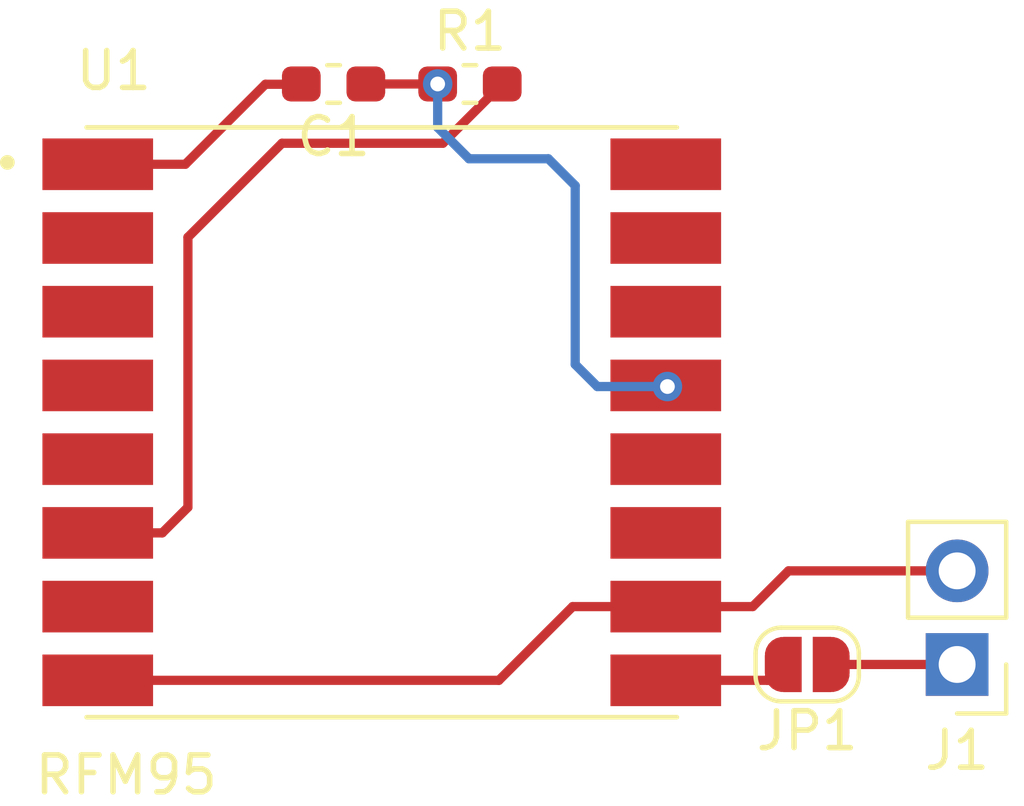
<source format=kicad_pcb>
(kicad_pcb (version 20171130) (host pcbnew 5.1.2-f72e74a~84~ubuntu18.04.1)

  (general
    (thickness 1.6)
    (drawings 0)
    (tracks 30)
    (zones 0)
    (modules 5)
    (nets 6)
  )

  (page User 215.9 139.7)
  (layers
    (0 F.Cu signal)
    (31 B.Cu signal)
    (32 B.Adhes user)
    (33 F.Adhes user)
    (34 B.Paste user)
    (35 F.Paste user)
    (36 B.SilkS user)
    (37 F.SilkS user)
    (38 B.Mask user)
    (39 F.Mask user)
    (40 Dwgs.User user)
    (41 Cmts.User user)
    (42 Eco1.User user)
    (43 Eco2.User user)
    (44 Edge.Cuts user)
    (45 Margin user)
    (46 B.CrtYd user)
    (47 F.CrtYd user)
    (48 B.Fab user)
    (49 F.Fab user)
  )

  (setup
    (last_trace_width 0.25)
    (trace_clearance 0.2)
    (zone_clearance 0.508)
    (zone_45_only no)
    (trace_min 0.2)
    (via_size 0.8)
    (via_drill 0.4)
    (via_min_size 0.4)
    (via_min_drill 0.3)
    (uvia_size 0.3)
    (uvia_drill 0.1)
    (uvias_allowed no)
    (uvia_min_size 0.2)
    (uvia_min_drill 0.1)
    (edge_width 0.05)
    (segment_width 0.2)
    (pcb_text_width 0.3)
    (pcb_text_size 1.5 1.5)
    (mod_edge_width 0.12)
    (mod_text_size 1 1)
    (mod_text_width 0.15)
    (pad_size 1.524 1.524)
    (pad_drill 0.762)
    (pad_to_mask_clearance 0.051)
    (solder_mask_min_width 0.25)
    (aux_axis_origin 0 0)
    (visible_elements FFFFFF7F)
    (pcbplotparams
      (layerselection 0x010fc_ffffffff)
      (usegerberextensions false)
      (usegerberattributes false)
      (usegerberadvancedattributes false)
      (creategerberjobfile false)
      (excludeedgelayer true)
      (linewidth 0.100000)
      (plotframeref false)
      (viasonmask false)
      (mode 1)
      (useauxorigin false)
      (hpglpennumber 1)
      (hpglpenspeed 20)
      (hpglpendiameter 15.000000)
      (psnegative false)
      (psa4output false)
      (plotreference true)
      (plotvalue true)
      (plotinvisibletext false)
      (padsonsilk false)
      (subtractmaskfromsilk false)
      (outputformat 1)
      (mirror false)
      (drillshape 1)
      (scaleselection 1)
      (outputdirectory ""))
  )

  (net 0 "")
  (net 1 GND)
  (net 2 +3V3)
  (net 3 "Net-(J1-Pad1)")
  (net 4 /ANT)
  (net 5 /RFM_RST)

  (net_class Default "This is the default net class."
    (clearance 0.2)
    (trace_width 0.25)
    (via_dia 0.8)
    (via_drill 0.4)
    (uvia_dia 0.3)
    (uvia_drill 0.1)
    (add_net +3V3)
    (add_net /ANT)
    (add_net /MISO)
    (add_net /MOSI)
    (add_net /RFM_CS)
    (add_net /RFM_DIO1_33)
    (add_net /RFM_DIO_32)
    (add_net /RFM_INT_26)
    (add_net /RFM_RST)
    (add_net /SCK)
    (add_net GND)
    (add_net "Net-(J1-Pad1)")
    (add_net "Net-(U1-Pad11)")
    (add_net "Net-(U1-Pad12)")
    (add_net "Net-(U1-Pad7)")
  )

  (module footprint-lib:RFM95 (layer F.Cu) (tedit 5D070755) (tstamp 5D070B79)
    (at 29.105 34.07)
    (tags RFM95)
    (path /5D052587)
    (attr smd)
    (fp_text reference U1 (at -7.26579 -9.54026) (layer F.SilkS)
      (effects (font (size 1 1) (thickness 0.15)))
    )
    (fp_text value RFM95 (at -6.9283 9.5683) (layer F.SilkS)
      (effects (font (size 1 1) (thickness 0.15)))
    )
    (fp_line (start -8 8) (end 8 8) (layer F.SilkS) (width 0.127))
    (fp_line (start -8 -8) (end 8 -8) (layer F.SilkS) (width 0.127))
    (fp_circle (center -10.15 -7.05) (end -10.05 -7.05) (layer Eco2.User) (width 0.2))
    (fp_circle (center -10.15 -7.05) (end -10.05 -7.05) (layer F.SilkS) (width 0.2))
    (fp_line (start -8.25 -7.95) (end -8.25 -8.25) (layer Eco1.User) (width 0.05))
    (fp_line (start -9.45 -7.95) (end -8.25 -7.95) (layer Eco1.User) (width 0.05))
    (fp_line (start -9.45 7.95) (end -9.45 -7.95) (layer Eco1.User) (width 0.05))
    (fp_line (start -8.25 7.95) (end -9.45 7.95) (layer Eco1.User) (width 0.05))
    (fp_line (start -8.25 8.25) (end -8.25 7.95) (layer Eco1.User) (width 0.05))
    (fp_line (start 8.25 8.25) (end -8.25 8.25) (layer Eco1.User) (width 0.05))
    (fp_line (start 8.25 7.95) (end 8.25 8.25) (layer Eco1.User) (width 0.05))
    (fp_line (start 9.45 7.95) (end 8.25 7.95) (layer Eco1.User) (width 0.05))
    (fp_line (start 9.45 -7.95) (end 9.45 7.95) (layer Eco1.User) (width 0.05))
    (fp_line (start 8.25 -7.95) (end 9.45 -7.95) (layer Eco1.User) (width 0.05))
    (fp_line (start 8.25 -8.25) (end 8.25 -7.95) (layer Eco1.User) (width 0.05))
    (fp_line (start -8.25 -8.25) (end 8.25 -8.25) (layer Eco1.User) (width 0.05))
    (fp_line (start 8 8) (end -8 8) (layer Eco2.User) (width 0.127))
    (fp_line (start 8 -8) (end 8 8) (layer Eco2.User) (width 0.127))
    (fp_line (start -8 -8) (end 8 -8) (layer Eco2.User) (width 0.127))
    (fp_line (start -8 8) (end -8 -8) (layer Eco2.User) (width 0.127))
    (pad "" np_thru_hole oval (at 0 0) (size 7 12) (drill oval 7 12) (layers *.Cu *.Mask)
      (solder_mask_margin 1) (clearance 1) (zone_connect 0))
    (pad 16 smd rect (at 7.7 -7) (size 3 1.4) (layers F.Cu F.Paste F.Mask))
    (pad 15 smd rect (at 7.7 -5) (size 3 1.4) (layers F.Cu F.Paste F.Mask))
    (pad 14 smd rect (at 7.7 -3) (size 3 1.4) (layers F.Cu F.Paste F.Mask))
    (pad 13 smd rect (at 7.7 -1) (size 3 1.4) (layers F.Cu F.Paste F.Mask)
      (net 2 +3V3))
    (pad 12 smd rect (at 7.7 1) (size 3 1.4) (layers F.Cu F.Paste F.Mask))
    (pad 11 smd rect (at 7.7 3) (size 3 1.4) (layers F.Cu F.Paste F.Mask))
    (pad 10 smd rect (at 7.7 5) (size 3 1.4) (layers F.Cu F.Paste F.Mask)
      (net 1 GND))
    (pad 9 smd rect (at 7.7 7) (size 3 1.4) (layers F.Cu F.Paste F.Mask)
      (net 4 /ANT))
    (pad 8 smd rect (at -7.7 7) (size 3 1.4) (layers F.Cu F.Paste F.Mask)
      (net 1 GND))
    (pad 7 smd rect (at -7.7 5) (size 3 1.4) (layers F.Cu F.Paste F.Mask))
    (pad 6 smd rect (at -7.7 3) (size 3 1.4) (layers F.Cu F.Paste F.Mask)
      (net 5 /RFM_RST))
    (pad 5 smd rect (at -7.7 1) (size 3 1.4) (layers F.Cu F.Paste F.Mask))
    (pad 4 smd rect (at -7.7 -1) (size 3 1.4) (layers F.Cu F.Paste F.Mask))
    (pad 3 smd rect (at -7.7 -3) (size 3 1.4) (layers F.Cu F.Paste F.Mask))
    (pad 2 smd rect (at -7.7 -5) (size 3 1.4) (layers F.Cu F.Paste F.Mask))
    (pad 1 smd rect (at -7.7 -7) (size 3 1.4) (layers F.Cu F.Paste F.Mask)
      (net 1 GND))
    (model /home/logic/_workspace/kicad/kicad_library/kicad-packages3d/lora/RFM95.step
      (at (xyz 0 0 0))
      (scale (xyz 1 1 1))
      (rotate (xyz 0 0 0))
    )
  )

  (module Resistor_SMD:R_0603_1608Metric_Pad1.05x0.95mm_HandSolder (layer F.Cu) (tedit 5B301BBD) (tstamp 5D070B51)
    (at 31.496 24.892)
    (descr "Resistor SMD 0603 (1608 Metric), square (rectangular) end terminal, IPC_7351 nominal with elongated pad for handsoldering. (Body size source: http://www.tortai-tech.com/upload/download/2011102023233369053.pdf), generated with kicad-footprint-generator")
    (tags "resistor handsolder")
    (path /5D053316)
    (attr smd)
    (fp_text reference R1 (at 0 -1.43) (layer F.SilkS)
      (effects (font (size 1 1) (thickness 0.15)))
    )
    (fp_text value R103,0603 (at 0 1.43) (layer F.Fab)
      (effects (font (size 1 1) (thickness 0.15)))
    )
    (fp_text user %R (at 0 0) (layer F.Fab)
      (effects (font (size 0.4 0.4) (thickness 0.06)))
    )
    (fp_line (start 1.65 0.73) (end -1.65 0.73) (layer F.CrtYd) (width 0.05))
    (fp_line (start 1.65 -0.73) (end 1.65 0.73) (layer F.CrtYd) (width 0.05))
    (fp_line (start -1.65 -0.73) (end 1.65 -0.73) (layer F.CrtYd) (width 0.05))
    (fp_line (start -1.65 0.73) (end -1.65 -0.73) (layer F.CrtYd) (width 0.05))
    (fp_line (start -0.171267 0.51) (end 0.171267 0.51) (layer F.SilkS) (width 0.12))
    (fp_line (start -0.171267 -0.51) (end 0.171267 -0.51) (layer F.SilkS) (width 0.12))
    (fp_line (start 0.8 0.4) (end -0.8 0.4) (layer F.Fab) (width 0.1))
    (fp_line (start 0.8 -0.4) (end 0.8 0.4) (layer F.Fab) (width 0.1))
    (fp_line (start -0.8 -0.4) (end 0.8 -0.4) (layer F.Fab) (width 0.1))
    (fp_line (start -0.8 0.4) (end -0.8 -0.4) (layer F.Fab) (width 0.1))
    (pad 2 smd roundrect (at 0.875 0) (size 1.05 0.95) (layers F.Cu F.Paste F.Mask) (roundrect_rratio 0.25)
      (net 5 /RFM_RST))
    (pad 1 smd roundrect (at -0.875 0) (size 1.05 0.95) (layers F.Cu F.Paste F.Mask) (roundrect_rratio 0.25)
      (net 2 +3V3))
    (model ${KISYS3DMOD}/Resistor_SMD.3dshapes/R_0603_1608Metric.wrl
      (at (xyz 0 0 0))
      (scale (xyz 1 1 1))
      (rotate (xyz 0 0 0))
    )
  )

  (module Jumper:SolderJumper-2_P1.3mm_Open_RoundedPad1.0x1.5mm (layer F.Cu) (tedit 5B391E66) (tstamp 5D070B40)
    (at 40.64 40.64 180)
    (descr "SMD Solder Jumper, 1x1.5mm, rounded Pads, 0.3mm gap, open")
    (tags "solder jumper open")
    (path /5D05B967)
    (attr virtual)
    (fp_text reference JP1 (at 0 -1.8) (layer F.SilkS)
      (effects (font (size 1 1) (thickness 0.15)))
    )
    (fp_text value ANT_EN (at 0 1.9) (layer F.Fab)
      (effects (font (size 1 1) (thickness 0.15)))
    )
    (fp_line (start 1.65 1.25) (end -1.65 1.25) (layer F.CrtYd) (width 0.05))
    (fp_line (start 1.65 1.25) (end 1.65 -1.25) (layer F.CrtYd) (width 0.05))
    (fp_line (start -1.65 -1.25) (end -1.65 1.25) (layer F.CrtYd) (width 0.05))
    (fp_line (start -1.65 -1.25) (end 1.65 -1.25) (layer F.CrtYd) (width 0.05))
    (fp_line (start -0.7 -1) (end 0.7 -1) (layer F.SilkS) (width 0.12))
    (fp_line (start 1.4 -0.3) (end 1.4 0.3) (layer F.SilkS) (width 0.12))
    (fp_line (start 0.7 1) (end -0.7 1) (layer F.SilkS) (width 0.12))
    (fp_line (start -1.4 0.3) (end -1.4 -0.3) (layer F.SilkS) (width 0.12))
    (fp_arc (start -0.7 -0.3) (end -0.7 -1) (angle -90) (layer F.SilkS) (width 0.12))
    (fp_arc (start -0.7 0.3) (end -1.4 0.3) (angle -90) (layer F.SilkS) (width 0.12))
    (fp_arc (start 0.7 0.3) (end 0.7 1) (angle -90) (layer F.SilkS) (width 0.12))
    (fp_arc (start 0.7 -0.3) (end 1.4 -0.3) (angle -90) (layer F.SilkS) (width 0.12))
    (pad 2 smd custom (at 0.65 0 180) (size 1 0.5) (layers F.Cu F.Mask)
      (net 4 /ANT) (zone_connect 2)
      (options (clearance outline) (anchor rect))
      (primitives
        (gr_circle (center 0 0.25) (end 0.5 0.25) (width 0))
        (gr_circle (center 0 -0.25) (end 0.5 -0.25) (width 0))
        (gr_poly (pts
           (xy 0 -0.75) (xy -0.5 -0.75) (xy -0.5 0.75) (xy 0 0.75)) (width 0))
      ))
    (pad 1 smd custom (at -0.65 0 180) (size 1 0.5) (layers F.Cu F.Mask)
      (net 3 "Net-(J1-Pad1)") (zone_connect 2)
      (options (clearance outline) (anchor rect))
      (primitives
        (gr_circle (center 0 0.25) (end 0.5 0.25) (width 0))
        (gr_circle (center 0 -0.25) (end 0.5 -0.25) (width 0))
        (gr_poly (pts
           (xy 0 -0.75) (xy 0.5 -0.75) (xy 0.5 0.75) (xy 0 0.75)) (width 0))
      ))
  )

  (module Connector_PinHeader_2.54mm:PinHeader_1x02_P2.54mm_Vertical (layer F.Cu) (tedit 59FED5CC) (tstamp 5D070B2E)
    (at 44.704 40.64 180)
    (descr "Through hole straight pin header, 1x02, 2.54mm pitch, single row")
    (tags "Through hole pin header THT 1x02 2.54mm single row")
    (path /5D05CA2F)
    (fp_text reference J1 (at 0 -2.33) (layer F.SilkS)
      (effects (font (size 1 1) (thickness 0.15)))
    )
    (fp_text value ANT (at 0 4.87) (layer F.Fab)
      (effects (font (size 1 1) (thickness 0.15)))
    )
    (fp_text user %R (at 0 1.27 90) (layer F.Fab)
      (effects (font (size 1 1) (thickness 0.15)))
    )
    (fp_line (start 1.8 -1.8) (end -1.8 -1.8) (layer F.CrtYd) (width 0.05))
    (fp_line (start 1.8 4.35) (end 1.8 -1.8) (layer F.CrtYd) (width 0.05))
    (fp_line (start -1.8 4.35) (end 1.8 4.35) (layer F.CrtYd) (width 0.05))
    (fp_line (start -1.8 -1.8) (end -1.8 4.35) (layer F.CrtYd) (width 0.05))
    (fp_line (start -1.33 -1.33) (end 0 -1.33) (layer F.SilkS) (width 0.12))
    (fp_line (start -1.33 0) (end -1.33 -1.33) (layer F.SilkS) (width 0.12))
    (fp_line (start -1.33 1.27) (end 1.33 1.27) (layer F.SilkS) (width 0.12))
    (fp_line (start 1.33 1.27) (end 1.33 3.87) (layer F.SilkS) (width 0.12))
    (fp_line (start -1.33 1.27) (end -1.33 3.87) (layer F.SilkS) (width 0.12))
    (fp_line (start -1.33 3.87) (end 1.33 3.87) (layer F.SilkS) (width 0.12))
    (fp_line (start -1.27 -0.635) (end -0.635 -1.27) (layer F.Fab) (width 0.1))
    (fp_line (start -1.27 3.81) (end -1.27 -0.635) (layer F.Fab) (width 0.1))
    (fp_line (start 1.27 3.81) (end -1.27 3.81) (layer F.Fab) (width 0.1))
    (fp_line (start 1.27 -1.27) (end 1.27 3.81) (layer F.Fab) (width 0.1))
    (fp_line (start -0.635 -1.27) (end 1.27 -1.27) (layer F.Fab) (width 0.1))
    (pad 2 thru_hole oval (at 0 2.54 180) (size 1.7 1.7) (drill 1) (layers *.Cu *.Mask)
      (net 1 GND))
    (pad 1 thru_hole rect (at 0 0 180) (size 1.7 1.7) (drill 1) (layers *.Cu *.Mask)
      (net 3 "Net-(J1-Pad1)"))
    (model ${KISYS3DMOD}/Connector_PinHeader_2.54mm.3dshapes/PinHeader_1x02_P2.54mm_Vertical.wrl
      (at (xyz 0 0 0))
      (scale (xyz 1 1 1))
      (rotate (xyz 0 0 0))
    )
  )

  (module Capacitor_SMD:C_0603_1608Metric_Pad1.05x0.95mm_HandSolder (layer F.Cu) (tedit 5B301BBE) (tstamp 5D070B18)
    (at 27.798999 24.892 180)
    (descr "Capacitor SMD 0603 (1608 Metric), square (rectangular) end terminal, IPC_7351 nominal with elongated pad for handsoldering. (Body size source: http://www.tortai-tech.com/upload/download/2011102023233369053.pdf), generated with kicad-footprint-generator")
    (tags "capacitor handsolder")
    (path /5D055F4D)
    (attr smd)
    (fp_text reference C1 (at 0 -1.43) (layer F.SilkS)
      (effects (font (size 1 1) (thickness 0.15)))
    )
    (fp_text value C475,0603 (at 0 1.43) (layer F.Fab)
      (effects (font (size 1 1) (thickness 0.15)))
    )
    (fp_text user %R (at 0 0) (layer F.Fab)
      (effects (font (size 0.4 0.4) (thickness 0.06)))
    )
    (fp_line (start 1.65 0.73) (end -1.65 0.73) (layer F.CrtYd) (width 0.05))
    (fp_line (start 1.65 -0.73) (end 1.65 0.73) (layer F.CrtYd) (width 0.05))
    (fp_line (start -1.65 -0.73) (end 1.65 -0.73) (layer F.CrtYd) (width 0.05))
    (fp_line (start -1.65 0.73) (end -1.65 -0.73) (layer F.CrtYd) (width 0.05))
    (fp_line (start -0.171267 0.51) (end 0.171267 0.51) (layer F.SilkS) (width 0.12))
    (fp_line (start -0.171267 -0.51) (end 0.171267 -0.51) (layer F.SilkS) (width 0.12))
    (fp_line (start 0.8 0.4) (end -0.8 0.4) (layer F.Fab) (width 0.1))
    (fp_line (start 0.8 -0.4) (end 0.8 0.4) (layer F.Fab) (width 0.1))
    (fp_line (start -0.8 -0.4) (end 0.8 -0.4) (layer F.Fab) (width 0.1))
    (fp_line (start -0.8 0.4) (end -0.8 -0.4) (layer F.Fab) (width 0.1))
    (pad 2 smd roundrect (at 0.875 0 180) (size 1.05 0.95) (layers F.Cu F.Paste F.Mask) (roundrect_rratio 0.25)
      (net 1 GND))
    (pad 1 smd roundrect (at -0.875 0 180) (size 1.05 0.95) (layers F.Cu F.Paste F.Mask) (roundrect_rratio 0.25)
      (net 2 +3V3))
    (model ${KISYS3DMOD}/Capacitor_SMD.3dshapes/C_0603_1608Metric.wrl
      (at (xyz 0 0 0))
      (scale (xyz 1 1 1))
      (rotate (xyz 0 0 0))
    )
  )

  (via (at 36.85 33.1) (size 0.8) (drill 0.4) (layers F.Cu B.Cu) (net 2))
  (segment (start 36.805 39.07) (end 39.162 39.07) (width 0.25) (layer F.Cu) (net 1))
  (segment (start 40.132 38.1) (end 44.704 38.1) (width 0.25) (layer F.Cu) (net 1))
  (segment (start 39.162 39.07) (end 40.132 38.1) (width 0.25) (layer F.Cu) (net 1))
  (segment (start 21.405 41.07) (end 32.28 41.07) (width 0.25) (layer F.Cu) (net 1))
  (segment (start 34.28 39.07) (end 36.805 39.07) (width 0.25) (layer F.Cu) (net 1))
  (segment (start 32.28 41.07) (end 34.28 39.07) (width 0.25) (layer F.Cu) (net 1))
  (segment (start 25.95 24.9) (end 26.915999 24.9) (width 0.25) (layer F.Cu) (net 1))
  (segment (start 21.405 27.07) (end 23.78 27.07) (width 0.25) (layer F.Cu) (net 1))
  (segment (start 26.915999 24.9) (end 26.923999 24.892) (width 0.25) (layer F.Cu) (net 1))
  (segment (start 23.78 27.07) (end 25.95 24.9) (width 0.25) (layer F.Cu) (net 1))
  (segment (start 28.673999 24.892) (end 30.621 24.892) (width 0.25) (layer F.Cu) (net 2))
  (segment (start 30.621 24.892) (end 30.621 24.892) (width 0.25) (layer F.Cu) (net 2) (tstamp 5D070E62))
  (via (at 30.621 24.892) (size 0.8) (drill 0.4) (layers F.Cu B.Cu) (net 2))
  (segment (start 34.95 33.1) (end 36.85 33.1) (width 0.25) (layer B.Cu) (net 2))
  (segment (start 30.621 26.071) (end 31.471 26.921) (width 0.25) (layer B.Cu) (net 2))
  (segment (start 30.621 24.892) (end 30.621 26.071) (width 0.25) (layer B.Cu) (net 2))
  (segment (start 31.471 26.921) (end 33.621 26.921) (width 0.25) (layer B.Cu) (net 2))
  (segment (start 34.35 32.5) (end 34.95 33.1) (width 0.25) (layer B.Cu) (net 2))
  (segment (start 34.35 27.65) (end 34.35 32.5) (width 0.25) (layer B.Cu) (net 2))
  (segment (start 33.621 26.921) (end 34.35 27.65) (width 0.25) (layer B.Cu) (net 2))
  (segment (start 41.29 40.64) (end 44.704 40.64) (width 0.25) (layer F.Cu) (net 3))
  (segment (start 39.56 41.07) (end 39.99 40.64) (width 0.25) (layer F.Cu) (net 4))
  (segment (start 36.805 41.07) (end 39.56 41.07) (width 0.25) (layer F.Cu) (net 4))
  (segment (start 23.155 37.07) (end 21.405 37.07) (width 0.25) (layer F.Cu) (net 5))
  (segment (start 23.85 36.375) (end 23.155 37.07) (width 0.25) (layer F.Cu) (net 5))
  (segment (start 26.4 26.5) (end 23.85 29.05) (width 0.25) (layer F.Cu) (net 5))
  (segment (start 23.85 29.05) (end 23.85 36.375) (width 0.25) (layer F.Cu) (net 5))
  (segment (start 32.371 24.892) (end 30.763 26.5) (width 0.25) (layer F.Cu) (net 5))
  (segment (start 30.763 26.5) (end 26.4 26.5) (width 0.25) (layer F.Cu) (net 5))

)

</source>
